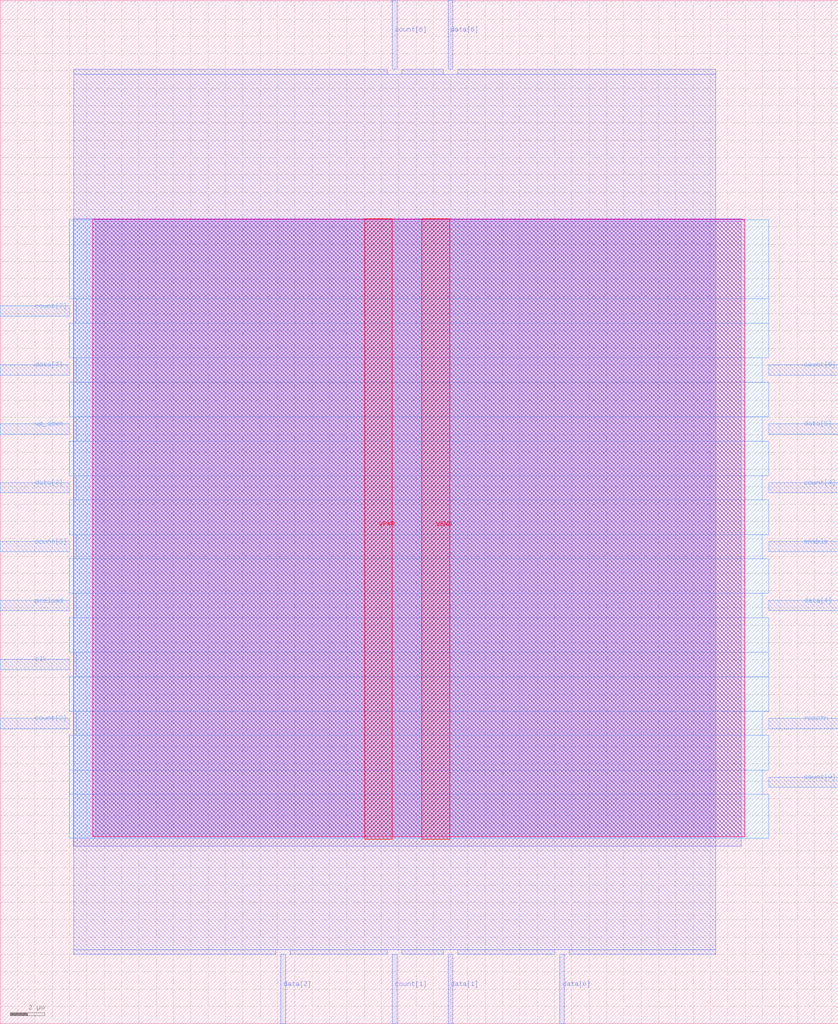
<source format=lef>
VERSION 5.7 ;
  NOWIREEXTENSIONATPIN ON ;
  DIVIDERCHAR "/" ;
  BUSBITCHARS "[]" ;
MACRO counter
  CLASS BLOCK ;
  FOREIGN counter ;
  ORIGIN 0.000 0.000 ;
  SIZE 48.375 BY 59.095 ;
  PIN VGND
    DIRECTION INOUT ;
    USE GROUND ;
    PORT
      LAYER met4 ;
        RECT 24.340 10.640 25.940 46.480 ;
    END
  END VGND
  PIN VPWR
    DIRECTION INOUT ;
    USE POWER ;
    PORT
      LAYER met4 ;
        RECT 21.040 10.640 22.640 46.480 ;
    END
  END VPWR
  PIN clk
    DIRECTION INPUT ;
    USE SIGNAL ;
    ANTENNAGATEAREA 0.852000 ;
    PORT
      LAYER met3 ;
        RECT 0.000 20.440 4.000 21.040 ;
    END
  END clk
  PIN count[0]
    DIRECTION OUTPUT ;
    USE SIGNAL ;
    ANTENNADIFFAREA 0.340600 ;
    PORT
      LAYER met3 ;
        RECT 44.375 13.640 48.375 14.240 ;
    END
  END count[0]
  PIN count[1]
    DIRECTION OUTPUT ;
    USE SIGNAL ;
    ANTENNADIFFAREA 0.340600 ;
    PORT
      LAYER met2 ;
        RECT 22.630 0.000 22.910 4.000 ;
    END
  END count[1]
  PIN count[2]
    DIRECTION OUTPUT ;
    USE SIGNAL ;
    ANTENNADIFFAREA 0.340600 ;
    PORT
      LAYER met3 ;
        RECT 0.000 17.040 4.000 17.640 ;
    END
  END count[2]
  PIN count[3]
    DIRECTION OUTPUT ;
    USE SIGNAL ;
    ANTENNADIFFAREA 0.340600 ;
    PORT
      LAYER met3 ;
        RECT 0.000 27.240 4.000 27.840 ;
    END
  END count[3]
  PIN count[4]
    DIRECTION OUTPUT ;
    USE SIGNAL ;
    ANTENNADIFFAREA 0.340600 ;
    PORT
      LAYER met3 ;
        RECT 44.375 30.640 48.375 31.240 ;
    END
  END count[4]
  PIN count[5]
    DIRECTION OUTPUT ;
    USE SIGNAL ;
    ANTENNADIFFAREA 0.340600 ;
    PORT
      LAYER met3 ;
        RECT 44.375 37.440 48.375 38.040 ;
    END
  END count[5]
  PIN count[6]
    DIRECTION OUTPUT ;
    USE SIGNAL ;
    ANTENNADIFFAREA 0.340600 ;
    PORT
      LAYER met2 ;
        RECT 22.630 55.095 22.910 59.095 ;
    END
  END count[6]
  PIN count[7]
    DIRECTION OUTPUT ;
    USE SIGNAL ;
    ANTENNADIFFAREA 0.340600 ;
    PORT
      LAYER met3 ;
        RECT 0.000 40.840 4.000 41.440 ;
    END
  END count[7]
  PIN data[0]
    DIRECTION INPUT ;
    USE SIGNAL ;
    ANTENNAGATEAREA 0.196500 ;
    PORT
      LAYER met2 ;
        RECT 32.290 0.000 32.570 4.000 ;
    END
  END data[0]
  PIN data[1]
    DIRECTION INPUT ;
    USE SIGNAL ;
    ANTENNAGATEAREA 0.196500 ;
    PORT
      LAYER met2 ;
        RECT 25.850 0.000 26.130 4.000 ;
    END
  END data[1]
  PIN data[2]
    DIRECTION INPUT ;
    USE SIGNAL ;
    ANTENNAGATEAREA 0.196500 ;
    PORT
      LAYER met2 ;
        RECT 16.190 0.000 16.470 4.000 ;
    END
  END data[2]
  PIN data[3]
    DIRECTION INPUT ;
    USE SIGNAL ;
    ANTENNAGATEAREA 0.196500 ;
    PORT
      LAYER met3 ;
        RECT 0.000 30.640 4.000 31.240 ;
    END
  END data[3]
  PIN data[4]
    DIRECTION INPUT ;
    USE SIGNAL ;
    ANTENNAGATEAREA 0.196500 ;
    PORT
      LAYER met3 ;
        RECT 44.375 23.840 48.375 24.440 ;
    END
  END data[4]
  PIN data[5]
    DIRECTION INPUT ;
    USE SIGNAL ;
    ANTENNAGATEAREA 0.196500 ;
    PORT
      LAYER met3 ;
        RECT 44.375 34.040 48.375 34.640 ;
    END
  END data[5]
  PIN data[6]
    DIRECTION INPUT ;
    USE SIGNAL ;
    ANTENNAGATEAREA 0.196500 ;
    PORT
      LAYER met2 ;
        RECT 25.850 55.095 26.130 59.095 ;
    END
  END data[6]
  PIN data[7]
    DIRECTION INPUT ;
    USE SIGNAL ;
    ANTENNAGATEAREA 0.196500 ;
    PORT
      LAYER met3 ;
        RECT 0.000 37.440 4.000 38.040 ;
    END
  END data[7]
  PIN enable
    DIRECTION INPUT ;
    USE SIGNAL ;
    ANTENNAGATEAREA 0.196500 ;
    PORT
      LAYER met3 ;
        RECT 44.375 27.240 48.375 27.840 ;
    END
  END enable
  PIN preload
    DIRECTION INPUT ;
    USE SIGNAL ;
    ANTENNAGATEAREA 0.159000 ;
    PORT
      LAYER met3 ;
        RECT 0.000 23.840 4.000 24.440 ;
    END
  END preload
  PIN resetn
    DIRECTION INPUT ;
    USE SIGNAL ;
    ANTENNAGATEAREA 0.159000 ;
    PORT
      LAYER met3 ;
        RECT 44.375 17.040 48.375 17.640 ;
    END
  END resetn
  PIN up_down
    DIRECTION INPUT ;
    USE SIGNAL ;
    ANTENNAGATEAREA 0.213000 ;
    PORT
      LAYER met3 ;
        RECT 0.000 34.040 4.000 34.640 ;
    END
  END up_down
  OBS
      LAYER nwell ;
        RECT 5.330 10.795 42.970 46.430 ;
      LAYER li1 ;
        RECT 5.520 10.795 42.780 46.325 ;
      LAYER met1 ;
        RECT 4.210 10.240 42.780 46.480 ;
      LAYER met2 ;
        RECT 4.230 54.815 22.350 55.095 ;
        RECT 23.190 54.815 25.570 55.095 ;
        RECT 26.410 54.815 41.310 55.095 ;
        RECT 4.230 4.280 41.310 54.815 ;
        RECT 4.230 4.000 15.910 4.280 ;
        RECT 16.750 4.000 22.350 4.280 ;
        RECT 23.190 4.000 25.570 4.280 ;
        RECT 26.410 4.000 32.010 4.280 ;
        RECT 32.850 4.000 41.310 4.280 ;
      LAYER met3 ;
        RECT 3.990 41.840 44.375 46.405 ;
        RECT 4.400 40.440 44.375 41.840 ;
        RECT 3.990 38.440 44.375 40.440 ;
        RECT 4.400 37.040 43.975 38.440 ;
        RECT 3.990 35.040 44.375 37.040 ;
        RECT 4.400 33.640 43.975 35.040 ;
        RECT 3.990 31.640 44.375 33.640 ;
        RECT 4.400 30.240 43.975 31.640 ;
        RECT 3.990 28.240 44.375 30.240 ;
        RECT 4.400 26.840 43.975 28.240 ;
        RECT 3.990 24.840 44.375 26.840 ;
        RECT 4.400 23.440 43.975 24.840 ;
        RECT 3.990 21.440 44.375 23.440 ;
        RECT 4.400 20.040 44.375 21.440 ;
        RECT 3.990 18.040 44.375 20.040 ;
        RECT 4.400 16.640 43.975 18.040 ;
        RECT 3.990 14.640 44.375 16.640 ;
        RECT 3.990 13.240 43.975 14.640 ;
        RECT 3.990 10.715 44.375 13.240 ;
  END
END counter
END LIBRARY


</source>
